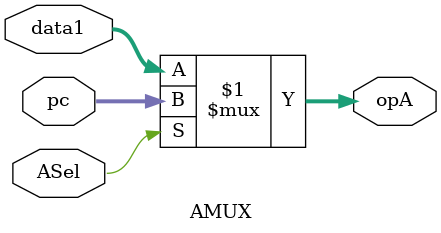
<source format=v>
`timescale 1ns / 1ps


module AMUX(
    input  wire [31:0] data1,
    input  wire [31:0] pc,
    input  wire        ASel,
    output wire  [31:0] opA
    );
    assign opA = ASel ? pc : data1;    
endmodule

</source>
